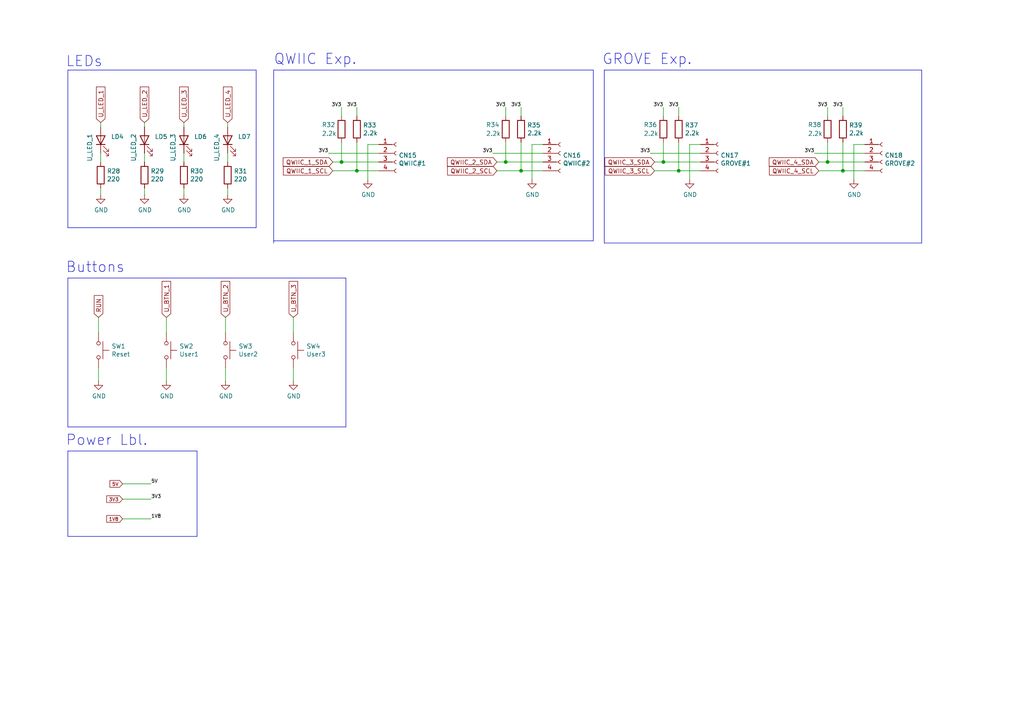
<source format=kicad_sch>
(kicad_sch (version 20230121) (generator eeschema)
  (paper "A4")
  (lib_symbols
    (symbol "Device:LED" (pin_numbers hide) (pin_names (offset 1.016) hide)
      (property "Reference" "D" (at 0 2.54 0))
      (property "Value" "LED" (at 0 -2.54 0))
      (symbol "LED_0_1"
        (polyline (pts (xy -1.27 -1.27) (xy -1.27 1.27)) (stroke (width 0.254)))
        (polyline (pts (xy -1.27 0) (xy 1.27 0)))
        (polyline (pts (xy 1.27 -1.27) (xy 1.27 1.27) (xy -1.27 0) (xy 1.27 -1.27)) (stroke (width 0.254)))
        (polyline (pts (xy -3.048 -0.762) (xy -4.572 -2.286) (xy -3.81 -2.286) (xy -4.572 -2.286) (xy -4.572 -1.524)))
        (polyline (pts (xy -1.778 -0.762) (xy -3.302 -2.286) (xy -2.54 -2.286) (xy -3.302 -2.286) (xy -3.302 -1.524)))
      )
      (symbol "LED_1_1"
        (pin passive line (at -3.81 0 0) (length 2.54) (name "K") (number "1"))
        (pin passive line (at 3.81 0 180) (length 2.54) (name "A") (number "2"))
      )
    )
    (symbol "Device:R" (pin_numbers hide) (pin_names (offset 0))
      (property "Reference" "R" (at 2.032 0 90))
      (property "Value" "R" (at 0 0 90))
      (symbol "R_0_1"
        (rectangle (start -1.016 -2.54) (end 1.016 2.54) (stroke (width 0.254)))
      )
      (symbol "R_1_1"
        (pin passive line (at 0 3.81 270) (length 1.27) (name "~") (number "1"))
        (pin passive line (at 0 -3.81 90) (length 1.27) (name "~") (number "2"))
      )
    )
    (symbol "Jupiter-rescue:Conn_01x04_Female-Connector" (pin_names (offset 1.016) hide)
      (property "Reference" "J" (at 0 5.08 0))
      (property "Value" "Connector_Conn_01x04_Female" (at 0 -7.62 0))
      (symbol "Conn_01x04_Female-Connector_1_1"
        (arc (start 0 -4.572) (mid -0.5058 -5.08) (end 0 -5.588) (stroke (width 0.1524)))
        (arc (start 0 -2.032) (mid -0.5058 -2.54) (end 0 -3.048) (stroke (width 0.1524)))
        (polyline (pts (xy -1.27 -5.08) (xy -0.508 -5.08)) (stroke (width 0.1524)))
        (polyline (pts (xy -1.27 -2.54) (xy -0.508 -2.54)) (stroke (width 0.1524)))
        (polyline (pts (xy -1.27 0) (xy -0.508 0)) (stroke (width 0.1524)))
        (polyline (pts (xy -1.27 2.54) (xy -0.508 2.54)) (stroke (width 0.1524)))
        (arc (start 0 0.508) (mid -0.5058 0) (end 0 -0.508) (stroke (width 0.1524)))
        (arc (start 0 3.048) (mid -0.5058 2.54) (end 0 2.032) (stroke (width 0.1524)))
        (pin passive line (at -5.08 2.54 0) (length 3.81) (name "Pin_1") (number "1"))
        (pin passive line (at -5.08 0 0) (length 3.81) (name "Pin_2") (number "2"))
        (pin passive line (at -5.08 -2.54 0) (length 3.81) (name "Pin_3") (number "3"))
        (pin passive line (at -5.08 -5.08 0) (length 3.81) (name "Pin_4") (number "4"))
      )
    )
    (symbol "Switch:SW_Push" (pin_numbers hide) (pin_names (offset 1.016) hide)
      (property "Reference" "SW" (at 1.27 2.54 0))
      (property "Value" "SW_Push" (at 0 -1.524 0))
      (symbol "SW_Push_0_1"
        (circle (center -2.032 0) (radius 0.508))
        (polyline (pts (xy 0 1.27) (xy 0 3.048)))
        (polyline (pts (xy 2.54 1.27) (xy -2.54 1.27)))
        (circle (center 2.032 0) (radius 0.508))
        (pin passive line (at -5.08 0 0) (length 2.54) (name "1") (number "1"))
        (pin passive line (at 5.08 0 180) (length 2.54) (name "2") (number "2"))
      )
    )
    (symbol "power:GND" (power) (pin_names (offset 0))
      (property "Value" "GND" (at 0 -3.81 0))
      (symbol "GND_0_1"
        (polyline (pts (xy 0 0) (xy 0 -1.27) (xy 1.27 -1.27) (xy 0 -2.54) (xy -1.27 -1.27) (xy 0 -1.27)))
      )
      (symbol "GND_1_1"
        (pin power_in line (at 0 0 270) (length 0) hide (name "GND") (number "1"))
      )
    )
  )
  (junction (at 240.03 46.99))
  (junction (at 151.13 49.53))
  (junction (at 196.85 49.53))
  (junction (at 99.06 46.99))
  (junction (at 103.505 49.53))
  (junction (at 146.685 46.99))
  (junction (at 244.475 49.53))
  (junction (at 192.405 46.99))
  (wire (pts (xy 99.06 33.655) (xy 99.06 31.115)))
  (polyline (pts (xy 172.085 69.85) (xy 79.375 69.85)))
  (wire (pts (xy 157.48 49.53) (xy 151.13 49.53)))
  (wire (pts (xy 29.21 54.61) (xy 29.21 56.515)))
  (polyline (pts (xy 19.685 80.645) (xy 100.33 80.645)))
  (wire (pts (xy 53.34 54.61) (xy 53.34 56.515)))
  (wire (pts (xy 247.65 41.91) (xy 250.825 41.91)))
  (wire (pts (xy 151.13 33.655) (xy 151.13 31.115)))
  (wire (pts (xy 103.505 33.655) (xy 103.505 31.115)))
  (wire (pts (xy 203.2 46.99) (xy 192.405 46.99)))
  (polyline (pts (xy 175.26 70.485) (xy 267.335 70.485)))
  (wire (pts (xy 196.85 33.655) (xy 196.85 31.115)))
  (polyline (pts (xy 19.685 155.575) (xy 57.15 155.575)))
  (wire (pts (xy 48.26 96.52) (xy 48.26 92.075)))
  (wire (pts (xy 106.68 52.07) (xy 106.68 41.91)))
  (wire (pts (xy 53.34 35.56) (xy 53.34 36.83)))
  (wire (pts (xy 192.405 46.99) (xy 192.405 41.275)))
  (wire (pts (xy 244.475 49.53) (xy 244.475 41.275)))
  (polyline (pts (xy 79.375 20.32) (xy 172.085 20.32)))
  (wire (pts (xy 146.685 33.655) (xy 146.685 31.115)))
  (wire (pts (xy 29.21 44.45) (xy 29.21 46.99)))
  (wire (pts (xy 146.685 46.99) (xy 144.145 46.99)))
  (polyline (pts (xy 175.26 20.32) (xy 175.26 70.485)))
  (wire (pts (xy 41.91 54.61) (xy 41.91 56.515)))
  (wire (pts (xy 99.06 46.99) (xy 99.06 41.275)))
  (wire (pts (xy 240.03 33.655) (xy 240.03 31.115)))
  (wire (pts (xy 151.13 49.53) (xy 151.13 41.275)))
  (wire (pts (xy 196.85 49.53) (xy 189.865 49.53)))
  (wire (pts (xy 244.475 33.655) (xy 244.475 31.115)))
  (wire (pts (xy 154.305 52.07) (xy 154.305 41.91)))
  (wire (pts (xy 157.48 44.45) (xy 142.875 44.45)))
  (wire (pts (xy 35.56 150.495) (xy 43.815 150.495)))
  (polyline (pts (xy 19.685 130.81) (xy 19.685 155.575)))
  (wire (pts (xy 154.305 41.91) (xy 157.48 41.91)))
  (wire (pts (xy 109.855 46.99) (xy 99.06 46.99)))
  (polyline (pts (xy 57.15 130.81) (xy 19.685 130.81)))
  (wire (pts (xy 151.13 49.53) (xy 144.145 49.53)))
  (wire (pts (xy 35.56 144.78) (xy 43.815 144.78)))
  (polyline (pts (xy 19.685 66.04) (xy 74.295 66.04)))
  (polyline (pts (xy 100.33 80.645) (xy 100.33 123.825)))
  (wire (pts (xy 200.025 52.07) (xy 200.025 41.91)))
  (wire (pts (xy 41.91 44.45) (xy 41.91 46.99)))
  (wire (pts (xy 103.505 49.53) (xy 96.52 49.53)))
  (wire (pts (xy 53.34 44.45) (xy 53.34 46.99)))
  (wire (pts (xy 66.04 44.45) (xy 66.04 46.99)))
  (wire (pts (xy 99.06 46.99) (xy 96.52 46.99)))
  (wire (pts (xy 203.2 49.53) (xy 196.85 49.53)))
  (polyline (pts (xy 267.335 20.32) (xy 267.335 70.485)))
  (polyline (pts (xy 267.335 20.32) (xy 175.26 20.32)))
  (wire (pts (xy 247.65 52.07) (xy 247.65 41.91)))
  (wire (pts (xy 66.04 35.56) (xy 66.04 36.83)))
  (polyline (pts (xy 19.685 80.645) (xy 19.685 123.825)))
  (wire (pts (xy 35.56 140.335) (xy 43.815 140.335)))
  (polyline (pts (xy 79.375 20.32) (xy 79.375 70.485)))
  (polyline (pts (xy 57.15 155.575) (xy 57.15 130.81)))
  (wire (pts (xy 109.855 49.53) (xy 103.505 49.53)))
  (wire (pts (xy 109.855 44.45) (xy 95.25 44.45)))
  (wire (pts (xy 250.825 49.53) (xy 244.475 49.53)))
  (wire (pts (xy 85.09 106.68) (xy 85.09 110.49)))
  (wire (pts (xy 244.475 49.53) (xy 237.49 49.53)))
  (wire (pts (xy 240.03 46.99) (xy 240.03 41.275)))
  (wire (pts (xy 48.26 106.68) (xy 48.26 110.49)))
  (wire (pts (xy 200.025 41.91) (xy 203.2 41.91)))
  (wire (pts (xy 85.09 96.52) (xy 85.09 92.075)))
  (polyline (pts (xy 19.685 20.32) (xy 19.685 66.04)))
  (wire (pts (xy 65.405 96.52) (xy 65.405 92.075)))
  (wire (pts (xy 41.91 35.56) (xy 41.91 36.83)))
  (wire (pts (xy 157.48 46.99) (xy 146.685 46.99)))
  (polyline (pts (xy 172.085 20.32) (xy 172.085 69.85)))
  (wire (pts (xy 28.575 106.68) (xy 28.575 110.49)))
  (wire (pts (xy 103.505 49.53) (xy 103.505 41.275)))
  (wire (pts (xy 192.405 33.655) (xy 192.405 31.115)))
  (polyline (pts (xy 74.295 66.04) (xy 74.295 20.32)))
  (wire (pts (xy 28.575 96.52) (xy 28.575 92.075)))
  (polyline (pts (xy 74.295 20.32) (xy 19.685 20.32)))
  (wire (pts (xy 203.2 44.45) (xy 188.595 44.45)))
  (wire (pts (xy 192.405 46.99) (xy 189.865 46.99)))
  (wire (pts (xy 250.825 44.45) (xy 236.22 44.45)))
  (wire (pts (xy 146.685 46.99) (xy 146.685 41.275)))
  (wire (pts (xy 196.85 49.53) (xy 196.85 41.275)))
  (wire (pts (xy 65.405 106.68) (xy 65.405 110.49)))
  (wire (pts (xy 66.04 54.61) (xy 66.04 56.515)))
  (polyline (pts (xy 19.685 123.825) (xy 100.33 123.825)))
  (wire (pts (xy 106.68 41.91) (xy 109.855 41.91)))
  (wire (pts (xy 240.03 46.99) (xy 237.49 46.99)))
  (wire (pts (xy 29.21 35.56) (xy 29.21 36.83)))
  (wire (pts (xy 250.825 46.99) (xy 240.03 46.99)))
  (text "GROVE Exp." (at 174.625 19.05 0) (effects (font (size 2.9972 2.9972)) (justify left bottom)))
  (text "Power Lbl." (at 19.05 129.54 0) (effects (font (size 2.9972 2.9972)) (justify left bottom)))
  (text "LEDs" (at 19.05 19.685 0) (effects (font (size 2.9972 2.9972)) (justify left bottom)))
  (text "QWIIC Exp." (at 79.375 19.05 0) (effects (font (size 2.9972 2.9972)) (justify left bottom)))
  (text "Buttons" (at 19.05 79.375 0) (effects (font (size 2.9972 2.9972)) (justify left bottom)))
  (label "3V3" (at 43.815 144.78 0) (effects (font (size 0.9906 0.9906))))
  (label "5V" (at 43.815 140.335 0) (effects (font (size 0.9906 0.9906))))
  (label "3V3" (at 192.405 31.115 180) (effects (font (size 0.9906 0.9906))))
  (label "3V3" (at 188.595 44.45 180) (effects (font (size 0.9906 0.9906))))
  (label "3V3" (at 99.06 31.115 180) (effects (font (size 0.9906 0.9906))))
  (label "3V3" (at 146.685 31.115 180) (effects (font (size 0.9906 0.9906))))
  (label "3V3" (at 196.85 31.115 180) (effects (font (size 0.9906 0.9906))))
  (label "3V3" (at 142.875 44.45 180) (effects (font (size 0.9906 0.9906))))
  (label "3V3" (at 103.505 31.115 180) (effects (font (size 0.9906 0.9906))))
  (label "3V3" (at 240.03 31.115 180) (effects (font (size 0.9906 0.9906))))
  (label "3V3" (at 151.13 31.115 180) (effects (font (size 0.9906 0.9906))))
  (label "3V3" (at 236.22 44.45 180) (effects (font (size 0.9906 0.9906))))
  (label "1V8" (at 43.815 150.495 0) (effects (font (size 0.9906 0.9906))))
  (label "3V3" (at 95.25 44.45 180) (effects (font (size 0.9906 0.9906))))
  (label "3V3" (at 244.475 31.115 180) (effects (font (size 0.9906 0.9906))))
  (global_label "3V3" (shape input) (at 35.56 144.78 180) (effects (font (size 0.9906 0.9906))) (property "Intersheetrefs" "${INTERSHEET_REFS}" (effects hide)))
  (global_label "U_BTN_1" (shape input) (at 48.26 92.075 90) (property "Intersheetrefs" "${INTERSHEET_REFS}" (effects hide)))
  (global_label "U_BTN_3" (shape input) (at 85.09 92.075 90) (property "Intersheetrefs" "${INTERSHEET_REFS}" (effects hide)))
  (global_label "U_LED_1" (shape input) (at 29.21 35.56 90) (property "Intersheetrefs" "${INTERSHEET_REFS}" (effects hide)))
  (global_label "QWIIC_1_SCL" (shape input) (at 96.52 49.53 180) (property "Intersheetrefs" "${INTERSHEET_REFS}" (effects hide)))
  (global_label "U_LED_2" (shape input) (at 41.91 35.56 90) (property "Intersheetrefs" "${INTERSHEET_REFS}" (effects hide)))
  (global_label "1V8" (shape input) (at 35.56 150.495 180) (effects (font (size 0.9906 0.9906))) (property "Intersheetrefs" "${INTERSHEET_REFS}" (effects hide)))
  (global_label "QWIIC_3_SDA" (shape input) (at 189.865 46.99 180) (property "Intersheetrefs" "${INTERSHEET_REFS}" (effects hide)))
  (global_label "U_BTN_2" (shape input) (at 65.405 92.075 90) (property "Intersheetrefs" "${INTERSHEET_REFS}" (effects hide)))
  (global_label "5V" (shape input) (at 35.56 140.335 180) (effects (font (size 0.9906 0.9906))) (property "Intersheetrefs" "${INTERSHEET_REFS}" (effects hide)))
  (global_label "QWIIC_4_SCL" (shape input) (at 237.49 49.53 180) (property "Intersheetrefs" "${INTERSHEET_REFS}" (effects hide)))
  (global_label "U_LED_4" (shape input) (at 66.04 35.56 90) (property "Intersheetrefs" "${INTERSHEET_REFS}" (effects hide)))
  (global_label "RUN" (shape input) (at 28.575 92.075 90) (property "Intersheetrefs" "${INTERSHEET_REFS}" (effects hide)))
  (global_label "QWIIC_2_SDA" (shape input) (at 144.145 46.99 180) (property "Intersheetrefs" "${INTERSHEET_REFS}" (effects hide)))
  (global_label "QWIIC_1_SDA" (shape input) (at 96.52 46.99 180) (property "Intersheetrefs" "${INTERSHEET_REFS}" (effects hide)))
  (global_label "QWIIC_2_SCL" (shape input) (at 144.145 49.53 180) (property "Intersheetrefs" "${INTERSHEET_REFS}" (effects hide)))
  (global_label "QWIIC_3_SCL" (shape input) (at 189.865 49.53 180) (property "Intersheetrefs" "${INTERSHEET_REFS}" (effects hide)))
  (global_label "QWIIC_4_SDA" (shape input) (at 237.49 46.99 180) (property "Intersheetrefs" "${INTERSHEET_REFS}" (effects hide)))
  (global_label "U_LED_3" (shape input) (at 53.34 35.56 90) (property "Intersheetrefs" "${INTERSHEET_REFS}" (effects hide)))
  (symbol (lib_id "Jupiter-rescue:Conn_01x04_Female-Connector") (at 114.935 44.45 0) (unit 1)
    (property "Reference" "CN15" (at 115.6462 45.0596 0) (effects (justify left)))
    (property "Value" "QWIIC#1" (at 115.6462 47.371 0) (effects (justify left)))
    (property "Footprint" "Connector_JST:JST_SH_SM04B-SRSS-TB_1x04-1MP_P1.00mm_Horizontal" (effects hide))
    (property "Manf" "JST_SH_SM04B-SRSS-TB_1x04-1MP_P1.00mm_Horizontal" (effects hide))
  )
  (symbol (lib_id "Switch:SW_Push") (at 65.405 101.6 270) (unit 1)
    (property "Reference" "SW3" (at 69.1642 100.4316 90) (effects (justify left)))
    (property "Value" "User2" (at 69.1642 102.743 90) (effects (justify left)))
    (property "Footprint" "Button_Switch_SMD:SW_SPST_B3U-1000P" (effects hide))
    (property "Manf" "Omron B3U-1000P" (effects hide))
    (instances (project "Jupiter" (path "" (reference "SW3") (unit 1)) (path "" (reference "SW?") (unit 1))))
  )
  (symbol (lib_id "Switch:SW_Push") (at 85.09 101.6 270) (unit 1)
    (property "Reference" "SW4" (at 88.8492 100.4316 90) (effects (justify left)))
    (property "Value" "User3" (at 88.8492 102.743 90) (effects (justify left)))
    (property "Footprint" "Button_Switch_SMD:SW_SPST_B3U-1000P" (effects hide))
    (property "Manf" "Omron B3U-1000P" (effects hide))
    (instances (project "Jupiter" (path "" (reference "SW4") (unit 1)) (path "" (reference "SW?") (unit 1))))
  )
  (symbol (lib_id "power:GND") (at 65.405 110.49 0) (unit 1)
    (property "Reference" "#PWR089" (effects hide))
    (property "Value" "GND" (at 65.532 114.8842 0))
    (instances (project "Jupiter" (path "" (reference "#PWR089") (unit 1)) (path "" (reference "#PWR?") (unit 1))))
  )
  (symbol (lib_id "power:GND") (at 85.09 110.49 0) (unit 1)
    (property "Reference" "#PWR090" (effects hide))
    (property "Value" "GND" (at 85.217 114.8842 0))
    (instances (project "Jupiter" (path "" (reference "#PWR090") (unit 1)) (path "" (reference "#PWR?") (unit 1))))
  )
  (symbol (lib_id "Switch:SW_Push") (at 28.575 101.6 270) (unit 1)
    (property "Reference" "SW1" (at 32.3342 100.4316 90) (effects (justify left)))
    (property "Value" "Reset" (at 32.3342 102.743 90) (effects (justify left)))
    (property "Footprint" "Button_Switch_SMD:SW_SPST_B3U-1000P" (effects hide))
    (property "Manf" "Omron B3U-1000P" (effects hide))
    (instances (project "Jupiter" (path "" (reference "SW1") (unit 1)) (path "" (reference "SW?") (unit 1))))
  )
  (symbol (lib_id "Switch:SW_Push") (at 48.26 101.6 270) (unit 1)
    (property "Reference" "SW2" (at 52.0192 100.4316 90) (effects (justify left)))
    (property "Value" "User1" (at 52.0192 102.743 90) (effects (justify left)))
    (property "Footprint" "Button_Switch_SMD:SW_SPST_B3U-1000P" (effects hide))
    (property "Manf" "Omron B3U-1000P" (effects hide))
    (instances (project "Jupiter" (path "" (reference "SW2") (unit 1)) (path "" (reference "SW?") (unit 1))))
  )
  (symbol (lib_id "power:GND") (at 28.575 110.49 0) (unit 1)
    (property "Reference" "#PWR081" (effects hide))
    (property "Value" "GND" (at 28.702 114.8842 0))
    (instances (project "Jupiter" (path "" (reference "#PWR081") (unit 1)) (path "" (reference "#PWR?") (unit 1))))
  )
  (symbol (lib_id "power:GND") (at 48.26 110.49 0) (unit 1)
    (property "Reference" "#PWR082" (effects hide))
    (property "Value" "GND" (at 48.387 114.8842 0))
    (instances (project "Jupiter" (path "" (reference "#PWR082") (unit 1)) (path "" (reference "#PWR?") (unit 1))))
  )
  (symbol (lib_id "Device:LED") (at 29.21 40.64 90) (unit 1)
    (property "Reference" "LD4" (at 32.1818 39.6494 90) (effects (justify right)))
    (property "Value" "U_LED_1" (at 26.035 38.735 0) (effects (justify right)))
    (property "Footprint" "LED_SMD:LED_0805_2012Metric" (effects hide))
    (property "Manf" "LED_0805" (effects hide))
    (instances (project "Jupiter" (path "" (reference "LD4") (unit 1)) (path "" (reference "LD?") (unit 1))))
  )
  (symbol (lib_id "Device:R") (at 29.21 50.8 0) (unit 1)
    (property "Reference" "R28" (at 30.988 49.6316 0) (effects (justify left)))
    (property "Value" "220" (at 30.988 51.943 0) (effects (justify left)))
    (property "Footprint" "Resistor_SMD:R_0603_1608Metric" (effects hide))
    (property "Manf" "0603_R" (effects hide))
    (instances (project "Jupiter" (path "" (reference "R28") (unit 1)) (path "" (reference "R?") (unit 1))))
  )
  (symbol (lib_id "power:GND") (at 29.21 56.515 0) (unit 1)
    (property "Reference" "#PWR083" (effects hide))
    (property "Value" "GND" (at 29.337 60.9092 0))
    (instances (project "Jupiter" (path "" (reference "#PWR083") (unit 1)) (path "" (reference "#PWR?") (unit 1))))
  )
  (symbol (lib_id "Device:LED") (at 41.91 40.64 90) (unit 1)
    (property "Reference" "LD5" (at 44.8818 39.6494 90) (effects (justify right)))
    (property "Value" "U_LED_2" (at 38.735 38.735 0) (effects (justify right)))
    (property "Footprint" "LED_SMD:LED_0805_2012Metric" (effects hide))
    (property "Manf" "LED_0805" (effects hide))
    (instances (project "Jupiter" (path "" (reference "LD5") (unit 1)) (path "" (reference "LD?") (unit 1))))
  )
  (symbol (lib_id "Device:R") (at 41.91 50.8 0) (unit 1)
    (property "Reference" "R29" (at 43.688 49.6316 0) (effects (justify left)))
    (property "Value" "220" (at 43.688 51.943 0) (effects (justify left)))
    (property "Footprint" "Resistor_SMD:R_0603_1608Metric" (effects hide))
    (property "Manf" "0603_R" (effects hide))
    (instances (project "Jupiter" (path "" (reference "R29") (unit 1)) (path "" (reference "R?") (unit 1))))
  )
  (symbol (lib_id "power:GND") (at 41.91 56.515 0) (unit 1)
    (property "Reference" "#PWR084" (effects hide))
    (property "Value" "GND" (at 42.037 60.9092 0))
    (instances (project "Jupiter" (path "" (reference "#PWR084") (unit 1)) (path "" (reference "#PWR?") (unit 1))))
  )
  (symbol (lib_id "Device:LED") (at 53.34 40.64 90) (unit 1)
    (property "Reference" "LD6" (at 56.3118 39.6494 90) (effects (justify right)))
    (property "Value" "U_LED_3" (at 50.165 38.735 0) (effects (justify right)))
    (property "Footprint" "LED_SMD:LED_0805_2012Metric" (effects hide))
    (property "Manf" "LED_0805" (effects hide))
    (instances (project "Jupiter" (path "" (reference "LD6") (unit 1)) (path "" (reference "LD?") (unit 1))))
  )
  (symbol (lib_id "Device:R") (at 53.34 50.8 0) (unit 1)
    (property "Reference" "R30" (at 55.118 49.6316 0) (effects (justify left)))
    (property "Value" "220" (at 55.118 51.943 0) (effects (justify left)))
    (property "Footprint" "Resistor_SMD:R_0603_1608Metric" (effects hide))
    (property "Manf" "0603_R" (effects hide))
    (instances (project "Jupiter" (path "" (reference "R30") (unit 1)) (path "" (reference "R?") (unit 1))))
  )
  (symbol (lib_id "power:GND") (at 53.34 56.515 0) (unit 1)
    (property "Reference" "#PWR085" (effects hide))
    (property "Value" "GND" (at 53.467 60.9092 0))
    (instances (project "Jupiter" (path "" (reference "#PWR085") (unit 1)) (path "" (reference "#PWR?") (unit 1))))
  )
  (symbol (lib_id "Device:LED") (at 66.04 40.64 90) (unit 1)
    (property "Reference" "LD7" (at 69.0118 39.6494 90) (effects (justify right)))
    (property "Value" "U_LED_4" (at 62.865 38.735 0) (effects (justify right)))
    (property "Footprint" "LED_SMD:LED_0805_2012Metric" (effects hide))
    (property "Manf" "LED_0805" (effects hide))
    (instances (project "Jupiter" (path "" (reference "LD7") (unit 1)) (path "" (reference "LD?") (unit 1))))
  )
  (symbol (lib_id "Device:R") (at 66.04 50.8 0) (unit 1)
    (property "Reference" "R31" (at 67.818 49.6316 0) (effects (justify left)))
    (property "Value" "220" (at 67.818 51.943 0) (effects (justify left)))
    (property "Footprint" "Resistor_SMD:R_0603_1608Metric" (effects hide))
    (property "Manf" "0603_R" (effects hide))
    (instances (project "Jupiter" (path "" (reference "R31") (unit 1)) (path "" (reference "R?") (unit 1))))
  )
  (symbol (lib_id "power:GND") (at 66.04 56.515 0) (unit 1)
    (property "Reference" "#PWR086" (effects hide))
    (property "Value" "GND" (at 66.167 60.9092 0))
    (instances (project "Jupiter" (path "" (reference "#PWR086") (unit 1)) (path "" (reference "#PWR?") (unit 1))))
  )
  (symbol (lib_id "Jupiter-rescue:Conn_01x04_Female-Connector") (at 208.28 44.45 0) (unit 1)
    (property "Reference" "CN17" (at 208.9912 45.0596 0) (effects (justify left)))
    (property "Value" "GROVE#1" (at 208.9912 47.371 0) (effects (justify left)))
    (property "Footprint" "Connector_JST:JST_PH_S4B-PH-SM4-TB_1x04-1MP_P2.00mm_Horizontal" (effects hide))
    (property "Manf" "JST_PH_S4B-PH-SM4-TB_1x04-1MP_P2.00mm_Horizontal" (effects hide))
  )
  (symbol (lib_id "power:GND") (at 200.025 52.07 0) (unit 1)
    (property "Reference" "#PWR0101" (effects hide))
    (property "Value" "GND" (at 200.152 56.4642 0))
  )
  (symbol (lib_id "Device:R") (at 196.85 37.465 0) (unit 1)
    (property "Reference" "R37" (at 198.628 36.2966 0) (effects (justify left)))
    (property "Value" "2.2k" (at 198.628 38.608 0) (effects (justify left)))
    (property "Footprint" "Resistor_SMD:R_0603_1608Metric" (effects hide))
    (property "Manf" "0603_R" (effects hide))
    (instances (project "Jupiter" (path "" (reference "R37") (unit 1)) (path "" (reference "R?") (unit 1))))
  )
  (symbol (lib_id "Device:R") (at 192.405 37.465 0) (unit 1)
    (property "Reference" "R36" (at 186.69 36.195 0) (effects (justify left)))
    (property "Value" "2.2k" (at 186.69 38.735 0) (effects (justify left)))
    (property "Footprint" "Resistor_SMD:R_0603_1608Metric" (effects hide))
    (property "Manf" "0603_R" (effects hide))
    (instances (project "Jupiter" (path "" (reference "R36") (unit 1)) (path "" (reference "R?") (unit 1))))
  )
  (symbol (lib_id "Jupiter-rescue:Conn_01x04_Female-Connector") (at 255.905 44.45 0) (unit 1)
    (property "Reference" "CN18" (at 256.6162 45.0596 0) (effects (justify left)))
    (property "Value" "GROVE#2" (at 256.6162 47.371 0) (effects (justify left)))
    (property "Footprint" "Connector_JST:JST_PH_S4B-PH-SM4-TB_1x04-1MP_P2.00mm_Horizontal" (effects hide))
    (property "Manf" "JST_PH_S4B-PH-SM4-TB_1x04-1MP_P2.00mm_Horizontal" (effects hide))
  )
  (symbol (lib_id "power:GND") (at 247.65 52.07 0) (unit 1)
    (property "Reference" "#PWR0102" (effects hide))
    (property "Value" "GND" (at 247.777 56.4642 0))
  )
  (symbol (lib_id "Device:R") (at 244.475 37.465 0) (unit 1)
    (property "Reference" "R39" (at 246.253 36.2966 0) (effects (justify left)))
    (property "Value" "2.2k" (at 246.253 38.608 0) (effects (justify left)))
    (property "Footprint" "Resistor_SMD:R_0603_1608Metric" (effects hide))
    (property "Manf" "0603_R" (effects hide))
    (instances (project "Jupiter" (path "" (reference "R39") (unit 1)) (path "" (reference "R?") (unit 1))))
  )
  (symbol (lib_id "Device:R") (at 240.03 37.465 0) (unit 1)
    (property "Reference" "R38" (at 234.315 36.195 0) (effects (justify left)))
    (property "Value" "2.2k" (at 234.315 38.735 0) (effects (justify left)))
    (property "Footprint" "Resistor_SMD:R_0603_1608Metric" (effects hide))
    (property "Manf" "0603_R" (effects hide))
    (instances (project "Jupiter" (path "" (reference "R38") (unit 1)) (path "" (reference "R?") (unit 1))))
  )
  (symbol (lib_id "power:GND") (at 106.68 52.07 0) (unit 1)
    (property "Reference" "#PWR087" (effects hide))
    (property "Value" "GND" (at 106.807 56.4642 0))
  )
  (symbol (lib_id "Device:R") (at 103.505 37.465 0) (unit 1)
    (property "Reference" "R33" (at 105.283 36.2966 0) (effects (justify left)))
    (property "Value" "2.2k" (at 105.283 38.608 0) (effects (justify left)))
    (property "Footprint" "Resistor_SMD:R_0603_1608Metric" (effects hide))
    (property "Manf" "0603_R" (effects hide))
    (instances (project "Jupiter" (path "" (reference "R33") (unit 1)) (path "" (reference "R?") (unit 1))))
  )
  (symbol (lib_id "Device:R") (at 99.06 37.465 0) (unit 1)
    (property "Reference" "R32" (at 93.345 36.195 0) (effects (justify left)))
    (property "Value" "2.2k" (at 93.345 38.735 0) (effects (justify left)))
    (property "Footprint" "Resistor_SMD:R_0603_1608Metric" (effects hide))
    (property "Manf" "0603_R" (effects hide))
    (instances (project "Jupiter" (path "" (reference "R32") (unit 1)) (path "" (reference "R?") (unit 1))))
  )
  (symbol (lib_id "Jupiter-rescue:Conn_01x04_Female-Connector") (at 162.56 44.45 0) (unit 1)
    (property "Reference" "CN16" (at 163.2712 45.0596 0) (effects (justify left)))
    (property "Value" "QWIIC#2" (at 163.2712 47.371 0) (effects (justify left)))
    (property "Footprint" "Connector_JST:JST_SH_SM04B-SRSS-TB_1x04-1MP_P1.00mm_Horizontal" (effects hide))
    (property "Manf" "JST_SH_SM04B-SRSS-TB_1x04-1MP_P1.00mm_Horizontal" (effects hide))
  )
  (symbol (lib_id "power:GND") (at 154.305 52.07 0) (unit 1)
    (property "Reference" "#PWR088" (effects hide))
    (property "Value" "GND" (at 154.432 56.4642 0))
  )
  (symbol (lib_id "Device:R") (at 151.13 37.465 0) (unit 1)
    (property "Reference" "R35" (at 152.908 36.2966 0) (effects (justify left)))
    (property "Value" "2.2k" (at 152.908 38.608 0) (effects (justify left)))
    (property "Footprint" "Resistor_SMD:R_0603_1608Metric" (effects hide))
    (property "Manf" "0603_R" (effects hide))
    (instances (project "Jupiter" (path "" (reference "R35") (unit 1)) (path "" (reference "R?") (unit 1))))
  )
  (symbol (lib_id "Device:R") (at 146.685 37.465 0) (unit 1)
    (property "Reference" "R34" (at 140.97 36.195 0) (effects (justify left)))
    (property "Value" "2.2k" (at 140.97 38.735 0) (effects (justify left)))
    (property "Footprint" "Resistor_SMD:R_0603_1608Metric" (effects hide))
    (property "Manf" "0603_R" (effects hide))
    (instances (project "Jupiter" (path "" (reference "R34") (unit 1)) (path "" (reference "R?") (unit 1))))
  )
)
</source>
